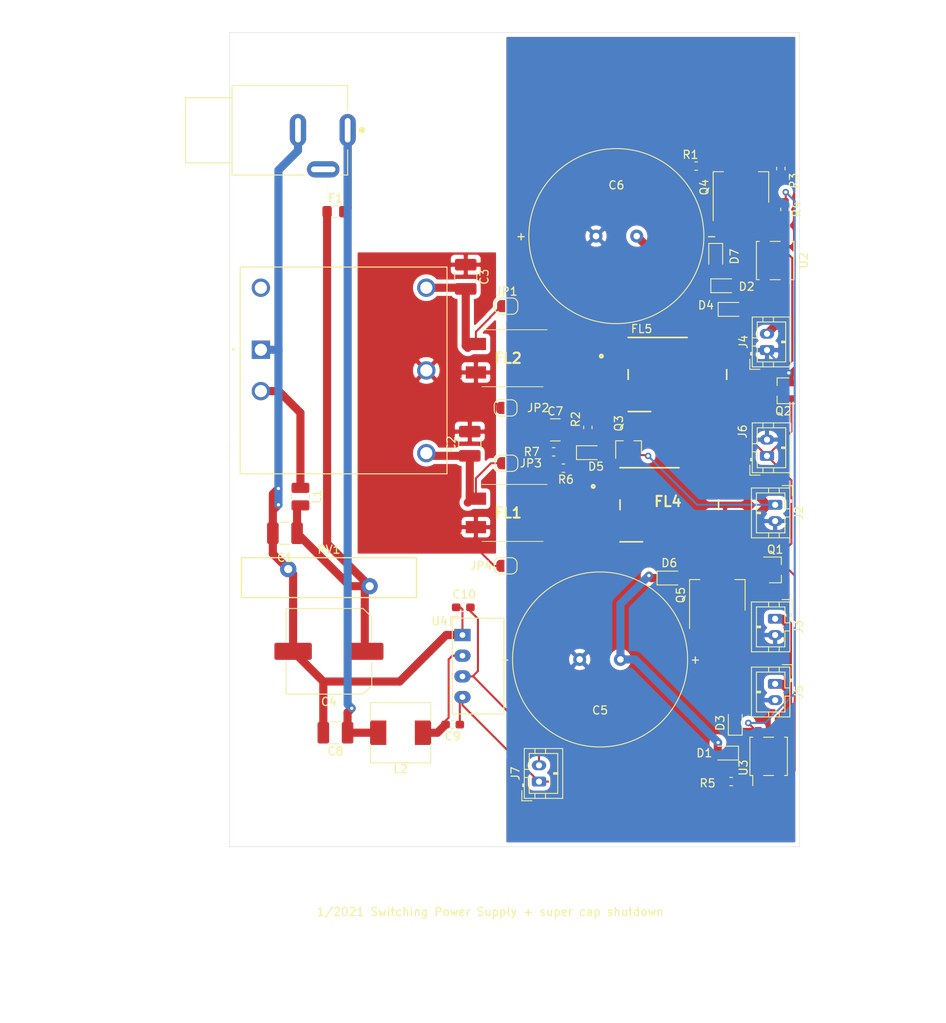
<source format=kicad_pcb>
(kicad_pcb (version 20171130) (host pcbnew "(5.1.5-0)")
  (layers (0 F.Cu signal) (31 B.Cu signal) (34 B.Paste user) (35 F.Paste user) (36 B.SilkS user) (37 F.SilkS user) (38 B.Mask user) (39 F.Mask user) (44 Edge.Cuts user))
  (net 0 "")
  (net 1 "Net-(C1-Pad2)")
  (net 2 "Net-(C1-Pad1)")
  (net 3 "Net-(C2-Pad2)")
  (net 4 "Net-(FL2-Pad3)")
  (net 5 "Net-(C3-Pad2)")
  (net 6 "Net-(C2-Pad1)")
  (net 7 GND)
  (net 8 "Net-(FL2-Pad4)")
  (net 9 /Vin)
  (net 10 "Net-(U1-Pad6)")
  (net 11 "Net-(C5-Pad1)")
  (net 12 "Net-(C6-Pad2)")
  (net 13 /5V)
  (net 14 /-5V)
  (net 15 /-Vin)
  (net 16 /Vout)
  (net 17 /-Vout)
  (net 18 "Net-(C7-Pad2)")
  (net 19 /12Vin)
  (net 20 "Net-(J1-Pad3)")
  (net 21 "Net-(Q2-Pad3)")
  (net 22 "Net-(R4-Pad2)")
  (net 23 "Net-(Q1-Pad3)")
  (net 24 "Net-(R5-Pad2)")
  (net 25 "Net-(D5-Pad2)")
  (net 26 "Net-(D5-Pad1)")
  (net 27 "Net-(Q3-Pad1)")
  (net 28 "Net-(FL1-Pad3)")
  (net 29 "Net-(FL1-Pad4)")
  (net 30 "Net-(C8-Pad1)")
  (net 31 "Net-(C9-Pad2)")
  (net 32 "Net-(C9-Pad1)")
  (net 33 "Net-(C10-Pad1)")
  (net 34 "Net-(Q4-Pad1)")
  (net 35 "Net-(D6-Pad2)")
  (net 36 "Net-(D7-Pad1)")
  (module Package_TO_SOT_SMD:SOT-223-3_TabPin2 (layer F.Cu) (at 147.8 59 90)
    (fp_text reference Q4 (at 0 -4.5 90) (layer F.SilkS))
    (fp_text value ZVN4525G)
    (pad 1 smd rect (at -3.15 -2.3 90) (size 2 1.5) (layers F.Cu F.Paste F.Mask) (net 34 "Net-(Q4-Pad1)"))
    (pad 3 smd rect (at -3.15 2.3 90) (size 2 1.5) (layers F.Cu F.Paste F.Mask) (net 14 /-5V))
    (pad 2 smd rect (at -3.15 0 90) (size 2 1.5) (layers F.Cu F.Paste F.Mask) (net 36 "Net-(D7-Pad1)"))
    (pad 2 smd rect (at 3.15 0 90) (size 2 3.8) (layers F.Cu F.Paste F.Mask) (net 36 "Net-(D7-Pad1)"))
  )
  (module Resistor_SMD:R_0603_1608Metric_Pad1.05x0.95mm_HandSolder (layer F.Cu) (at 152.7 56.7 270)
    (fp_text reference R3 (at 1.5 -1.6 90) (layer F.SilkS))
    (fp_text value 10K)
    (pad 2 smd roundrect (at 0.875 0 270) (size 1.05 0.95) (layers F.Cu F.Paste F.Mask) (net 14 /-5V))
    (pad 1 smd roundrect (at -0.875 0 270) (size 1.05 0.95) (layers F.Cu F.Paste F.Mask) (net 34 "Net-(Q4-Pad1)"))
  )
  (module Resistor_SMD:R_0603_1608Metric_Pad1.05x0.95mm_HandSolder (layer F.Cu) (at 142.3 56.4)
    (fp_text reference R1 (at -0.7 -1.4) (layer F.SilkS))
    (fp_text value 10K)
    (pad 2 smd roundrect (at 0.875 0) (size 1.05 0.95) (layers F.Cu F.Paste F.Mask) (net 34 "Net-(Q4-Pad1)"))
    (pad 1 smd roundrect (at -0.875 0) (size 1.05 0.95) (layers F.Cu F.Paste F.Mask) (net 7 GND))
  )
  (module Package_TO_SOT_SMD:SOT-223-3_TabPin2 (layer F.Cu) (at 144.9 109.1 90)
    (fp_text reference Q5 (at 0 -4.5 90) (layer F.SilkS))
    (fp_text value ZXP2106G)
    (pad 1 smd rect (at -3.15 -2.3 90) (size 2 1.5) (layers F.Cu F.Paste F.Mask) (net 7 GND))
    (pad 3 smd rect (at -3.15 2.3 90) (size 2 1.5) (layers F.Cu F.Paste F.Mask) (net 13 /5V))
    (pad 2 smd rect (at -3.15 0 90) (size 2 1.5) (layers F.Cu F.Paste F.Mask) (net 35 "Net-(D6-Pad2)"))
    (pad 2 smd rect (at 3.15 0 90) (size 2 3.8) (layers F.Cu F.Paste F.Mask) (net 35 "Net-(D6-Pad2)"))
  )
  (module Diode_SMD:D_SOD-323 (layer F.Cu) (at 144.7 67.4 270)
    (fp_text reference D7 (at 0.1 -2.3 90) (layer F.SilkS))
    (fp_text value BAT60A)
    (pad 2 smd rect (at 1.05 0 270) (size 0.6 0.45) (layers F.Cu F.Paste F.Mask) (net 12 "Net-(C6-Pad2)"))
    (pad 1 smd rect (at -1.05 0 270) (size 0.6 0.45) (layers F.Cu F.Paste F.Mask) (net 36 "Net-(D7-Pad1)"))
  )
  (module Diode_SMD:D_SOD-323 (layer F.Cu) (at 139 107)
    (fp_text reference D6 (at 0 -1.85) (layer F.SilkS))
    (fp_text value BAT60A)
    (pad 2 smd rect (at 1.05 0) (size 0.6 0.45) (layers F.Cu F.Paste F.Mask) (net 35 "Net-(D6-Pad2)"))
    (pad 1 smd rect (at -1.05 0) (size 0.6 0.45) (layers F.Cu F.Paste F.Mask) (net 11 "Net-(C5-Pad1)"))
  )
  (module Converter_DCDC:Converter_DCDC_muRata_CRE1xxxxxxSC_THT (layer F.Cu) (at 113.6 114)
    (fp_text reference U4 (at -2.8 -1.7 180) (layer F.SilkS))
    (fp_text value CRE1S1205SC)
    (pad 1 thru_hole rect (at 0 0 270) (size 1.5 2) (drill 0.7) (layers *.Cu *.Mask) (net 1 "Net-(C1-Pad2)"))
    (pad 2 thru_hole oval (at 0 2.54 270) (size 1.5 2) (drill 0.7) (layers *.Cu *.Mask) (net 31 "Net-(C9-Pad2)"))
    (pad 3 thru_hole oval (at 0 5.08 270) (size 1.5 2) (drill 0.7) (layers *.Cu *.Mask) (net 33 "Net-(C10-Pad1)"))
    (pad 4 thru_hole oval (at 0 7.62 270) (size 1.5 2) (drill 0.7) (layers *.Cu *.Mask) (net 32 "Net-(C9-Pad1)"))
  )
  (module 0my_footprints:L_SLO0630 (layer F.Cu) (at 106 126 180)
    (fp_text reference L2 (at 0 -4.45) (layer F.SilkS))
    (fp_text value 22uH)
    (pad 2 smd rect (at 2.75 0 180) (size 2 3) (layers F.Cu F.Paste F.Mask) (net 30 "Net-(C8-Pad1)"))
    (pad 1 smd rect (at -2.75 0 180) (size 2 3) (layers F.Cu F.Paste F.Mask) (net 31 "Net-(C9-Pad2)"))
  )
  (module Connector_JST:JST_PH_B2B-PH-K_1x02_P2.00mm_Vertical (layer F.Cu) (at 123 132 90)
    (fp_text reference J7 (at 1 -2.9 90) (layer F.SilkS))
    (fp_text value Conn_01x02)
    (pad 2 thru_hole oval (at 2 0 90) (size 1.2 1.75) (drill 0.75) (layers *.Cu *.Mask) (net 33 "Net-(C10-Pad1)"))
    (pad 1 thru_hole roundrect (at 0 0 90) (size 1.2 1.75) (drill 0.75) (layers *.Cu *.Mask) (roundrect_rratio 0.208333) (net 32 "Net-(C9-Pad1)"))
  )
  (module Capacitor_SMD:C_0603_1608Metric_Pad1.05x0.95mm_HandSolder (layer F.Cu) (at 113.7 110.6 180)
    (fp_text reference C10 (at -0.1 1.6) (layer F.SilkS))
    (fp_text value 390pF)
    (pad 2 smd roundrect (at 0.875 0 180) (size 1.05 0.95) (layers F.Cu F.Paste F.Mask) (net 1 "Net-(C1-Pad2)"))
    (pad 1 smd roundrect (at -0.875 0 180) (size 1.05 0.95) (layers F.Cu F.Paste F.Mask) (net 33 "Net-(C10-Pad1)"))
  )
  (module Capacitor_SMD:C_0603_1608Metric_Pad1.05x0.95mm_HandSolder (layer F.Cu) (at 112.4 125 180)
    (fp_text reference C9 (at 0 -1.43) (layer F.SilkS))
    (fp_text value 390pF)
    (pad 2 smd roundrect (at 0.875 0 180) (size 1.05 0.95) (layers F.Cu F.Paste F.Mask) (net 31 "Net-(C9-Pad2)"))
    (pad 1 smd roundrect (at -0.875 0 180) (size 1.05 0.95) (layers F.Cu F.Paste F.Mask) (net 32 "Net-(C9-Pad1)"))
  )
  (module Capacitor_SMD:C_1210_3225Metric_Pad1.42x2.65mm_HandSolder (layer F.Cu) (at 98 126 180)
    (fp_text reference C8 (at 0 -2.28) (layer F.SilkS))
    (fp_text value 10uF)
    (pad 2 smd roundrect (at 1.4875 0 180) (size 1.425 2.65) (layers F.Cu F.Paste F.Mask) (roundrect_rratio 0.175439) (net 1 "Net-(C1-Pad2)"))
    (pad 1 smd roundrect (at -1.4875 0 180) (size 1.425 2.65) (layers F.Cu F.Paste F.Mask) (roundrect_rratio 0.175439) (net 30 "Net-(C8-Pad1)"))
  )
  (module 0my_footprints:ACM90707012PLTL01 (layer F.Cu) (at 119.5 99)
    (fp_text reference FL1 (at -0.3 0) (layer F.SilkS) (effects (font (size 1.27 1.27) (thickness 0.254))))
    (fp_text value ACM9070-701-2PL-TL01 hide)
    (pad 1 smd rect (at -4.25 1.75 90) (size 1.5 2.5) (layers F.Cu F.Paste F.Mask) (net 3 "Net-(C2-Pad2)"))
    (pad 2 smd rect (at -4.25 -1.75 90) (size 1.5 2.5) (layers F.Cu F.Paste F.Mask) (net 6 "Net-(C2-Pad1)"))
    (pad 3 smd rect (at 4.25 -1.75 90) (size 1.5 2.5) (layers F.Cu F.Paste F.Mask) (net 28 "Net-(FL1-Pad3)"))
    (pad 4 smd rect (at 4.25 1.75 90) (size 1.5 2.5) (layers F.Cu F.Paste F.Mask) (net 29 "Net-(FL1-Pad4)"))
  )
  (module Resistor_SMD:R_0603_1608Metric_Pad1.05x0.95mm_HandSolder (layer F.Cu) (at 124.8 91.5)
    (fp_text reference R7 (at -2.7 0) (layer F.SilkS))
    (fp_text value 10K)
    (pad 2 smd roundrect (at 0.875 0) (size 1.05 0.95) (layers F.Cu F.Paste F.Mask) (net 18 "Net-(C7-Pad2)"))
    (pad 1 smd roundrect (at -0.875 0) (size 1.05 0.95) (layers F.Cu F.Paste F.Mask) (net 7 GND))
  )
  (module Resistor_SMD:R_0603_1608Metric_Pad1.05x0.95mm_HandSolder (layer F.Cu) (at 126 93.5 180)
    (fp_text reference R6 (at -0.3 -1.4) (layer F.SilkS))
    (fp_text value 1K)
    (pad 2 smd roundrect (at 0.875 0 180) (size 1.05 0.95) (layers F.Cu F.Paste F.Mask) (net 7 GND))
    (pad 1 smd roundrect (at -0.875 0 180) (size 1.05 0.95) (layers F.Cu F.Paste F.Mask) (net 27 "Net-(Q3-Pad1)"))
  )
  (module Package_TO_SOT_SMD:SOT-23 (layer F.Cu) (at 134 90.9 90)
    (fp_text reference Q3 (at 2.9 -1.2 90) (layer F.SilkS))
    (fp_text value BSS84)
    (pad 3 smd rect (at 1 0 90) (size 0.9 0.8) (layers F.Cu F.Paste F.Mask) (net 25 "Net-(D5-Pad2)"))
    (pad 2 smd rect (at -1 0.95 90) (size 0.9 0.8) (layers F.Cu F.Paste F.Mask) (net 13 /5V))
    (pad 1 smd rect (at -1 -0.95 90) (size 0.9 0.8) (layers F.Cu F.Paste F.Mask) (net 27 "Net-(Q3-Pad1)"))
  )
  (module 0my_footprints:ACM90707012PLTL01 (layer F.Cu) (at 119.5 80)
    (fp_text reference FL2 (at -0.3 0) (layer F.SilkS) (effects (font (size 1.27 1.27) (thickness 0.254))))
    (fp_text value ACM9070-701-2PL-TL01 hide)
    (pad 1 smd rect (at -4.25 1.75 90) (size 1.5 2.5) (layers F.Cu F.Paste F.Mask) (net 3 "Net-(C2-Pad2)"))
    (pad 2 smd rect (at -4.25 -1.75 90) (size 1.5 2.5) (layers F.Cu F.Paste F.Mask) (net 5 "Net-(C3-Pad2)"))
    (pad 3 smd rect (at 4.25 -1.75 90) (size 1.5 2.5) (layers F.Cu F.Paste F.Mask) (net 4 "Net-(FL2-Pad3)"))
    (pad 4 smd rect (at 4.25 1.75 90) (size 1.5 2.5) (layers F.Cu F.Paste F.Mask) (net 8 "Net-(FL2-Pad4)"))
  )
  (module Diode_SMD:D_SOD-323 (layer F.Cu) (at 129.1 91.6)
    (fp_text reference D5 (at 0.9 1.7) (layer F.SilkS))
    (fp_text value BAT60A)
    (pad 2 smd rect (at 1.05 0) (size 0.6 0.45) (layers F.Cu F.Paste F.Mask) (net 25 "Net-(D5-Pad2)"))
    (pad 1 smd rect (at -1.05 0) (size 0.6 0.45) (layers F.Cu F.Paste F.Mask) (net 26 "Net-(D5-Pad1)"))
  )
  (module 0my_footprints:C_Radial_D21.5mm_H8mm_P5.00mm (layer F.Cu) (at 130 65)
    (fp_text reference C6 (at 2.5 -6.25) (layer F.SilkS))
    (fp_text value CP)
    (fp_text user + (at -9.2 0) (layer F.SilkS))
    (fp_text user - (at 14.2 0) (layer F.SilkS))
    (pad 2 thru_hole circle (at 5 0) (size 1.6 1.6) (drill 0.8) (layers *.Cu *.Mask) (net 12 "Net-(C6-Pad2)"))
    (pad 1 thru_hole circle (at 0 0) (size 1.6 1.6) (drill 0.8) (layers *.Cu *.Mask) (net 7 GND))
  )
  (module 0my_footprints:C_Radial_D21.5mm_H8mm_P5.00mm (layer F.Cu) (at 133 117 180)
    (fp_text reference C5 (at 2.5 -6.25) (layer F.SilkS))
    (fp_text value CP)
    (fp_text user + (at -9.2 0) (layer F.SilkS))
    (fp_text user - (at 14.2 0) (layer F.SilkS))
    (pad 2 thru_hole circle (at 5 0 180) (size 1.6 1.6) (drill 0.8) (layers *.Cu *.Mask) (net 7 GND))
    (pad 1 thru_hole circle (at 0 0 180) (size 1.6 1.6) (drill 0.8) (layers *.Cu *.Mask) (net 11 "Net-(C5-Pad1)"))
  )
  (module Package_SO:SO-4_4.4x4.3mm_P2.54mm (layer F.Cu) (at 151.2 128.9 90)
    (fp_text reference U3 (at -1.4 -3.1 90) (layer F.SilkS))
    (fp_text value AQY212GSZ)
    (pad 3 smd rect (at 3 1.27) (size 0.8 1.2) (layers F.Cu F.Paste F.Mask) (net 16 /Vout))
    (pad 2 smd rect (at -3 1.27) (size 0.8 1.2) (layers F.Cu F.Paste F.Mask) (net 23 "Net-(Q1-Pad3)"))
    (pad 1 smd rect (at -3 -1.27) (size 0.8 1.2) (layers F.Cu F.Paste F.Mask) (net 24 "Net-(R5-Pad2)"))
    (pad 4 smd rect (at 3 -1.27) (size 0.8 1.2) (layers F.Cu F.Paste F.Mask) (net 9 /Vin))
  )
  (module Resistor_SMD:R_0603_1608Metric_Pad1.05x0.95mm_HandSolder (layer F.Cu) (at 146.6 132)
    (fp_text reference R5 (at -2.9 0.2) (layer F.SilkS))
    (fp_text value 750)
    (pad 2 smd roundrect (at 0.875 0) (size 1.05 0.95) (layers F.Cu F.Paste F.Mask) (net 24 "Net-(R5-Pad2)"))
    (pad 1 smd roundrect (at -0.875 0) (size 1.05 0.95) (layers F.Cu F.Paste F.Mask) (net 9 /Vin))
  )
  (module Package_SO:SO-4_4.4x4.3mm_P2.54mm (layer F.Cu) (at 152 68 270)
    (fp_text reference U2 (at 0 -3.5 90) (layer F.SilkS))
    (fp_text value AQY212GSZ)
    (pad 3 smd rect (at 3 1.27 180) (size 0.8 1.2) (layers F.Cu F.Paste F.Mask) (net 15 /-Vin))
    (pad 2 smd rect (at -3 1.27 180) (size 0.8 1.2) (layers F.Cu F.Paste F.Mask) (net 21 "Net-(Q2-Pad3)"))
    (pad 1 smd rect (at -3 -1.27 180) (size 0.8 1.2) (layers F.Cu F.Paste F.Mask) (net 22 "Net-(R4-Pad2)"))
    (pad 4 smd rect (at 3 -1.27 180) (size 0.8 1.2) (layers F.Cu F.Paste F.Mask) (net 17 /-Vout))
  )
  (module Resistor_SMD:R_0603_1608Metric_Pad1.05x0.95mm_HandSolder (layer F.Cu) (at 153.2 61.725 270)
    (fp_text reference R4 (at 0 -1.43 90) (layer F.SilkS))
    (fp_text value 750)
    (pad 2 smd roundrect (at 0.875 0 270) (size 1.05 0.95) (layers F.Cu F.Paste F.Mask) (net 22 "Net-(R4-Pad2)"))
    (pad 1 smd roundrect (at -0.875 0 270) (size 1.05 0.95) (layers F.Cu F.Paste F.Mask) (net 9 /Vin))
  )
  (module 0my_footprints:CUI_PJ-066A (layer F.Cu) (at 99.5 52 180)
    (fp_text reference J1 (at 2.836637 -7.15271) (layer F.SilkS) (effects (font (size 1.001638 1.001638) (thickness 0.015))))
    (fp_text value Barrel_Jack_Switch)
    (pad 1 thru_hole oval (at 0 0 180) (size 2 4) (drill oval 0.7 3) (layers *.Cu *.Mask) (net 30 "Net-(C8-Pad1)"))
    (pad 3 thru_hole oval (at 3 -4.8 180) (size 4 2) (drill oval 3 0.7) (layers *.Cu *.Mask) (net 20 "Net-(J1-Pad3)"))
    (pad 2 thru_hole oval (at 6.1 0 180) (size 2 4) (drill oval 0.7 3) (layers *.Cu *.Mask) (net 1 "Net-(C1-Pad2)"))
  )
  (module Connector_JST:JST_PH_B2B-PH-K_1x02_P2.00mm_Vertical (layer F.Cu) (at 151 92 90)
    (fp_text reference J6 (at 3 -3 90) (layer F.SilkS))
    (fp_text value Conn_01x02)
    (pad 2 thru_hole oval (at 2 0 90) (size 1.2 1.75) (drill 0.75) (layers *.Cu *.Mask) (net 7 GND))
    (pad 1 thru_hole roundrect (at 0 0 90) (size 1.2 1.75) (drill 0.75) (layers *.Cu *.Mask) (roundrect_rratio 0.208333) (net 18 "Net-(C7-Pad2)"))
  )
  (module Capacitor_SMD:C_1210_3225Metric_Pad1.42x2.65mm_HandSolder (layer F.Cu) (at 125 88.8)
    (fp_text reference C7 (at 0 -2.28) (layer F.SilkS))
    (fp_text value 100uF)
    (pad 2 smd roundrect (at 1.4875 0) (size 1.425 2.65) (layers F.Cu F.Paste F.Mask) (roundrect_rratio 0.175439) (net 18 "Net-(C7-Pad2)"))
    (pad 1 smd roundrect (at -1.4875 0) (size 1.425 2.65) (layers F.Cu F.Paste F.Mask) (roundrect_rratio 0.175439) (net 7 GND))
  )
  (module Resistor_SMD:R_0603_1608Metric_Pad1.05x0.95mm_HandSolder (layer F.Cu) (at 129 88.5 270)
    (fp_text reference R2 (at -1 1.5 90) (layer F.SilkS))
    (fp_text value 1K)
    (pad 2 smd roundrect (at 0.875 0 270) (size 1.05 0.95) (layers F.Cu F.Paste F.Mask) (net 26 "Net-(D5-Pad1)"))
    (pad 1 smd roundrect (at -0.875 0 270) (size 1.05 0.95) (layers F.Cu F.Paste F.Mask) (net 18 "Net-(C7-Pad2)"))
  )
  (module Package_TO_SOT_SMD:SOT-23 (layer F.Cu) (at 153 84 180)
    (fp_text reference Q2 (at 0 -2.5) (layer F.SilkS))
    (fp_text value NUD3105LT1G)
    (pad 3 smd rect (at 1 0 180) (size 0.9 0.8) (layers F.Cu F.Paste F.Mask) (net 21 "Net-(Q2-Pad3)"))
    (pad 2 smd rect (at -1 0.95 180) (size 0.9 0.8) (layers F.Cu F.Paste F.Mask) (net 7 GND))
    (pad 1 smd rect (at -1 -0.95 180) (size 0.9 0.8) (layers F.Cu F.Paste F.Mask) (net 18 "Net-(C7-Pad2)"))
  )
  (module Package_TO_SOT_SMD:SOT-23 (layer F.Cu) (at 152 106)
    (fp_text reference Q1 (at 0 -2.5) (layer F.SilkS))
    (fp_text value NUD3105LT1G)
    (pad 3 smd rect (at 1 0) (size 0.9 0.8) (layers F.Cu F.Paste F.Mask) (net 23 "Net-(Q1-Pad3)"))
    (pad 2 smd rect (at -1 0.95) (size 0.9 0.8) (layers F.Cu F.Paste F.Mask) (net 7 GND))
    (pad 1 smd rect (at -1 -0.95) (size 0.9 0.8) (layers F.Cu F.Paste F.Mask) (net 18 "Net-(C7-Pad2)"))
  )
  (module Connector_JST:JST_PH_B2B-PH-K_1x02_P2.00mm_Vertical (layer F.Cu) (at 152 120 270)
    (fp_text reference J5 (at 1 -2.9 90) (layer F.SilkS))
    (fp_text value Conn_01x02)
    (pad 2 thru_hole oval (at 2 0 270) (size 1.2 1.75) (drill 0.75) (layers *.Cu *.Mask) (net 7 GND))
    (pad 1 thru_hole roundrect (at 0 0 270) (size 1.2 1.75) (drill 0.75) (layers *.Cu *.Mask) (roundrect_rratio 0.208333) (net 16 /Vout))
  )
  (module Connector_JST:JST_PH_B2B-PH-K_1x02_P2.00mm_Vertical (layer F.Cu) (at 151 79 90)
    (fp_text reference J4 (at 1 -2.9 90) (layer F.SilkS))
    (fp_text value Conn_01x02)
    (pad 2 thru_hole oval (at 2 0 90) (size 1.2 1.75) (drill 0.75) (layers *.Cu *.Mask) (net 17 /-Vout))
    (pad 1 thru_hole roundrect (at 0 0 90) (size 1.2 1.75) (drill 0.75) (layers *.Cu *.Mask) (roundrect_rratio 0.208333) (net 7 GND))
  )
  (module Connector_JST:JST_PH_B2B-PH-K_1x02_P2.00mm_Vertical (layer F.Cu) (at 152 112 270)
    (fp_text reference J3 (at 1 -2.9 90) (layer F.SilkS))
    (fp_text value Conn_01x02)
    (pad 2 thru_hole oval (at 2 0 270) (size 1.2 1.75) (drill 0.75) (layers *.Cu *.Mask) (net 7 GND))
    (pad 1 thru_hole roundrect (at 0 0 270) (size 1.2 1.75) (drill 0.75) (layers *.Cu *.Mask) (roundrect_rratio 0.208333) (net 16 /Vout))
  )
  (module Connector_JST:JST_PH_B2B-PH-K_1x02_P2.00mm_Vertical (layer F.Cu) (at 152 98 270)
    (fp_text reference J2 (at 1 -2.9 90) (layer F.SilkS))
    (fp_text value Conn_01x02)
    (pad 2 thru_hole oval (at 2 0 270) (size 1.2 1.75) (drill 0.75) (layers *.Cu *.Mask) (net 7 GND))
    (pad 1 thru_hole roundrect (at 0 0 270) (size 1.2 1.75) (drill 0.75) (layers *.Cu *.Mask) (roundrect_rratio 0.208333) (net 13 /5V))
  )
  (module Diode_SMD:D_SOD-323 (layer F.Cu) (at 146.5 74)
    (fp_text reference D4 (at -3 -0.5) (layer F.SilkS))
    (fp_text value BAT60A)
    (pad 2 smd rect (at 1.05 0) (size 0.6 0.45) (layers F.Cu F.Paste F.Mask) (net 15 /-Vin))
    (pad 1 smd rect (at -1.05 0) (size 0.6 0.45) (layers F.Cu F.Paste F.Mask) (net 14 /-5V))
  )
  (module Diode_SMD:D_SOD-323 (layer F.Cu) (at 147.1 124.8 90)
    (fp_text reference D3 (at 0 -1.85 90) (layer F.SilkS))
    (fp_text value BAT60A)
    (pad 2 smd rect (at 1.05 0 90) (size 0.6 0.45) (layers F.Cu F.Paste F.Mask) (net 13 /5V))
    (pad 1 smd rect (at -1.05 0 90) (size 0.6 0.45) (layers F.Cu F.Paste F.Mask) (net 9 /Vin))
  )
  (module Diode_SMD:D_SOD-323 (layer F.Cu) (at 145.6 71.1)
    (fp_text reference D2 (at 2.9 0.1) (layer F.SilkS))
    (fp_text value BAT60A)
    (pad 2 smd rect (at 1.05 0) (size 0.6 0.45) (layers F.Cu F.Paste F.Mask) (net 15 /-Vin))
    (pad 1 smd rect (at -1.05 0) (size 0.6 0.45) (layers F.Cu F.Paste F.Mask) (net 12 "Net-(C6-Pad2)"))
  )
  (module Diode_SMD:D_SOD-323 (layer F.Cu) (at 146 128.5 180)
    (fp_text reference D1 (at 2.7 0) (layer F.SilkS))
    (fp_text value BAT60A)
    (pad 2 smd rect (at 1.05 0 180) (size 0.6 0.45) (layers F.Cu F.Paste F.Mask) (net 11 "Net-(C5-Pad1)"))
    (pad 1 smd rect (at -1.05 0 180) (size 0.6 0.45) (layers F.Cu F.Paste F.Mask) (net 9 /Vin))
  )
  (module Inductor_SMD:L_1008_2520Metric (layer F.Cu) (at 93.7 97 270)
    (fp_text reference L1 (at 0 -2.05 90) (layer F.SilkS))
    (fp_text value 4.7uH)
    (pad 2 smd roundrect (at 1.075 0 270) (size 1.25 2.2) (layers F.Cu F.Paste F.Mask) (roundrect_rratio 0.2) (net 2 "Net-(C1-Pad1)"))
    (pad 1 smd roundrect (at -1.075 0 270) (size 1.25 2.2) (layers F.Cu F.Paste F.Mask) (roundrect_rratio 0.2) (net 19 /12Vin))
  )
  (module 0my_footprints:CONV_PDQE10-Q24-D5-D (layer F.Cu) (at 99 81.5 90)
    (fp_text reference U1 (at -9.8399 -13.75566 90) (layer F.SilkS) (effects (font (size 1.001512 1.001512) (thickness 0.015))))
    (fp_text value PDQE10-Q24-D5-D)
    (pad 1 thru_hole rect (at 2.54 -10.16 90) (size 2.25 2.25) (drill 1.5) (layers *.Cu *.Mask) (net 1 "Net-(C1-Pad2)"))
    (pad 2 thru_hole circle (at -2.54 -10.16 90) (size 2.25 2.25) (drill 1.5) (layers *.Cu *.Mask) (net 19 /12Vin))
    (pad 3 thru_hole circle (at -10.16 10.16 90) (size 2.25 2.25) (drill 1.5) (layers *.Cu *.Mask) (net 6 "Net-(C2-Pad1)"))
    (pad 4 thru_hole circle (at 0 10.16 90) (size 2.25 2.25) (drill 1.5) (layers *.Cu *.Mask) (net 3 "Net-(C2-Pad2)"))
    (pad 5 thru_hole circle (at 10.16 10.16 90) (size 2.25 2.25) (drill 1.5) (layers *.Cu *.Mask) (net 5 "Net-(C3-Pad2)"))
    (pad 6 thru_hole circle (at 10.16 -10.16 90) (size 2.25 2.25) (drill 1.5) (layers *.Cu *.Mask) (net 10 "Net-(U1-Pad6)"))
  )
  (module Varistor:RV_Disc_D21.5mm_W4.9mm_P10mm (layer F.Cu) (at 102.2 108 180)
    (fp_text reference RV1 (at 5 4.5) (layer F.SilkS))
    (fp_text value S20K30)
    (pad 2 thru_hole circle (at 10 2.1 180) (size 2 2) (drill 1) (layers *.Cu *.Mask) (net 1 "Net-(C1-Pad2)"))
    (pad 1 thru_hole circle (at 0 0 180) (size 2 2) (drill 1) (layers *.Cu *.Mask) (net 2 "Net-(C1-Pad1)"))
  )
  (module Fuse:Fuse_0805_2012Metric_Pad1.15x1.40mm_HandSolder (layer F.Cu) (at 98 62)
    (fp_text reference F1 (at 0 -1.65) (layer F.SilkS))
    (fp_text value JK-NSMD050-13.2V)
    (pad 2 smd roundrect (at 1.025 0) (size 1.15 1.4) (layers F.Cu F.Paste F.Mask) (roundrect_rratio 0.217391) (net 30 "Net-(C8-Pad1)"))
    (pad 1 smd roundrect (at -1.025 0) (size 1.15 1.4) (layers F.Cu F.Paste F.Mask) (roundrect_rratio 0.217391) (net 2 "Net-(C1-Pad1)"))
  )
  (module Capacitor_SMD:C_Elec_10x10.2 (layer F.Cu) (at 97.2 116 180)
    (fp_text reference C4 (at 0 -6.2) (layer F.SilkS))
    (fp_text value "330uF 35V")
    (pad 2 smd roundrect (at 4.4 0 180) (size 4.6 2.1) (layers F.Cu F.Paste F.Mask) (roundrect_rratio 0.119048) (net 1 "Net-(C1-Pad2)"))
    (pad 1 smd roundrect (at -4.4 0 180) (size 4.6 2.1) (layers F.Cu F.Paste F.Mask) (roundrect_rratio 0.119048) (net 2 "Net-(C1-Pad1)"))
  )
  (module Capacitor_SMD:C_1210_3225Metric_Pad1.42x2.65mm_HandSolder (layer F.Cu) (at 114 70 270)
    (fp_text reference C3 (at 0 -2.28 90) (layer F.SilkS))
    (fp_text value 10uF)
    (pad 2 smd roundrect (at 1.4875 0 270) (size 1.425 2.65) (layers F.Cu F.Paste F.Mask) (roundrect_rratio 0.175439) (net 5 "Net-(C3-Pad2)"))
    (pad 1 smd roundrect (at -1.4875 0 270) (size 1.425 2.65) (layers F.Cu F.Paste F.Mask) (roundrect_rratio 0.175439) (net 3 "Net-(C2-Pad2)"))
  )
  (module Capacitor_SMD:C_1210_3225Metric_Pad1.42x2.65mm_HandSolder (layer F.Cu) (at 114.5 90.5 90)
    (fp_text reference C2 (at 0 -2.28 90) (layer F.SilkS))
    (fp_text value 10uF)
    (pad 2 smd roundrect (at 1.4875 0 90) (size 1.425 2.65) (layers F.Cu F.Paste F.Mask) (roundrect_rratio 0.175439) (net 3 "Net-(C2-Pad2)"))
    (pad 1 smd roundrect (at -1.4875 0 90) (size 1.425 2.65) (layers F.Cu F.Paste F.Mask) (roundrect_rratio 0.175439) (net 6 "Net-(C2-Pad1)"))
  )
  (module Capacitor_SMD:C_1210_3225Metric_Pad1.42x2.65mm_HandSolder (layer F.Cu) (at 91.8 101.5 180)
    (fp_text reference C1 (at 0 -3) (layer F.SilkS))
    (fp_text value 4.7uF)
    (pad 2 smd roundrect (at 1.4875 0 180) (size 1.425 2.65) (layers F.Cu F.Paste F.Mask) (roundrect_rratio 0.175439) (net 1 "Net-(C1-Pad2)"))
    (pad 1 smd roundrect (at -1.4875 0 180) (size 1.425 2.65) (layers F.Cu F.Paste F.Mask) (roundrect_rratio 0.175439) (net 2 "Net-(C1-Pad1)"))
  )
  (module 0my_footprints:BNX025H01B (layer F.Cu) (at 139 98)
    (fp_text reference FL4 (at -0.17812 -0.39907) (layer F.SilkS) (effects (font (size 1.27 1.27) (thickness 0.254))))
    (fp_text value Bnx029-01 hide)
    (pad 6 smd rect (at 3.25 -5.15 90) (size 2.3 3.4) (layers F.Cu F.Paste F.Mask) (net 7 GND))
    (pad 5 smd rect (at 1 5.05 90) (size 2.3 7.9) (layers F.Cu F.Paste F.Mask) (net 7 GND))
    (pad 4 smd rect (at 6.85 2.15 90) (size 2.5 3.8) (layers F.Cu F.Paste F.Mask) (net 7 GND))
    (pad 3 smd rect (at -6.85 2.15 90) (size 2.5 3.8) (layers F.Cu F.Paste F.Mask) (net 29 "Net-(FL1-Pad4)"))
    (pad 2 smd rect (at 6.85 -2.15 90) (size 2.5 3.8) (layers F.Cu F.Paste F.Mask) (net 13 /5V))
    (pad 1 smd rect (at -6.85 -2.15 90) (size 2.5 3.8) (layers F.Cu F.Paste F.Mask) (net 28 "Net-(FL1-Pad3)"))
  )
  (module 0my_footprints:BNX025H01B (layer F.Cu) (at 140 82)
    (fp_text reference FL5 (at -4.4 -5.6 180) (layer F.SilkS))
    (fp_text value Bnx029-01)
    (pad 6 smd rect (at 3.25 -5.15 90) (size 2.3 3.4) (layers F.Cu F.Paste F.Mask) (net 7 GND))
    (pad 5 smd rect (at 1 5.05 90) (size 2.3 7.9) (layers F.Cu F.Paste F.Mask) (net 7 GND))
    (pad 4 smd rect (at 6.85 2.15 90) (size 2.5 3.8) (layers F.Cu F.Paste F.Mask) (net 7 GND))
    (pad 3 smd rect (at -6.85 2.15 90) (size 2.5 3.8) (layers F.Cu F.Paste F.Mask) (net 8 "Net-(FL2-Pad4)"))
    (pad 2 smd rect (at 6.85 -2.15 90) (size 2.5 3.8) (layers F.Cu F.Paste F.Mask) (net 14 /-5V))
    (pad 1 smd rect (at -6.85 -2.15 90) (size 2.5 3.8) (layers F.Cu F.Paste F.Mask) (net 4 "Net-(FL2-Pad3)"))
  )
  (module Jumper:SolderJumper-2_P1.3mm_Open_RoundedPad1.0x1.5mm (layer F.Cu) (at 118.9 105.5)
    (fp_text reference JP4 (at -3 0) (layer F.SilkS))
    (fp_text value SolderJumper_2_Open)
    (pad 2 smd custom (at 0.65 0) (size 1 0.5) (layers F.Cu F.Mask) (net 29 "Net-(FL1-Pad4)") (options (clearance outline) (anchor rect)) (primitives (gr_circle (center 0 0.25) (end 0.5 0.25) (width 0)) (gr_circle (center 0 -0.25) (end 0.5 -0.25) (width 0)) (gr_poly (pts (xy 0 -0.75) (xy -0.5 -0.75) (xy -0.5 0.75) (xy 0 0.75)) (width 0))))
    (pad 1 smd custom (at -0.65 0) (size 1 0.5) (layers F.Cu F.Mask) (net 3 "Net-(C2-Pad2)") (options (clearance outline) (anchor rect)) (primitives (gr_circle (center 0 0.25) (end 0.5 0.25) (width 0)) (gr_circle (center 0 -0.25) (end 0.5 -0.25) (width 0)) (gr_poly (pts (xy 0 -0.75) (xy 0.5 -0.75) (xy 0.5 0.75) (xy 0 0.75)) (width 0))))
  )
  (module Jumper:SolderJumper-2_P1.3mm_Open_RoundedPad1.0x1.5mm (layer F.Cu) (at 119 92.9)
    (fp_text reference JP3 (at 3 0) (layer F.SilkS))
    (fp_text value SolderJumper_2_Open)
    (pad 2 smd custom (at 0.65 0) (size 1 0.5) (layers F.Cu F.Mask) (net 28 "Net-(FL1-Pad3)") (options (clearance outline) (anchor rect)) (primitives (gr_circle (center 0 0.25) (end 0.5 0.25) (width 0)) (gr_circle (center 0 -0.25) (end 0.5 -0.25) (width 0)) (gr_poly (pts (xy 0 -0.75) (xy -0.5 -0.75) (xy -0.5 0.75) (xy 0 0.75)) (width 0))))
    (pad 1 smd custom (at -0.65 0) (size 1 0.5) (layers F.Cu F.Mask) (net 6 "Net-(C2-Pad1)") (options (clearance outline) (anchor rect)) (primitives (gr_circle (center 0 0.25) (end 0.5 0.25) (width 0)) (gr_circle (center 0 -0.25) (end 0.5 -0.25) (width 0)) (gr_poly (pts (xy 0 -0.75) (xy 0.5 -0.75) (xy 0.5 0.75) (xy 0 0.75)) (width 0))))
  )
  (module Jumper:SolderJumper-2_P1.3mm_Open_RoundedPad1.0x1.5mm (layer F.Cu) (at 118.9 86.1)
    (fp_text reference JP2 (at 4 0) (layer F.SilkS))
    (fp_text value SolderJumper_2_Open)
    (pad 2 smd custom (at 0.65 0) (size 1 0.5) (layers F.Cu F.Mask) (net 8 "Net-(FL2-Pad4)") (options (clearance outline) (anchor rect)) (primitives (gr_circle (center 0 0.25) (end 0.5 0.25) (width 0)) (gr_circle (center 0 -0.25) (end 0.5 -0.25) (width 0)) (gr_poly (pts (xy 0 -0.75) (xy -0.5 -0.75) (xy -0.5 0.75) (xy 0 0.75)) (width 0))))
    (pad 1 smd custom (at -0.65 0) (size 1 0.5) (layers F.Cu F.Mask) (net 3 "Net-(C2-Pad2)") (options (clearance outline) (anchor rect)) (primitives (gr_circle (center 0 0.25) (end 0.5 0.25) (width 0)) (gr_circle (center 0 -0.25) (end 0.5 -0.25) (width 0)) (gr_poly (pts (xy 0 -0.75) (xy 0.5 -0.75) (xy 0.5 0.75) (xy 0 0.75)) (width 0))))
  )
  (module Jumper:SolderJumper-2_P1.3mm_Open_RoundedPad1.0x1.5mm (layer F.Cu) (at 119 73.6)
    (fp_text reference JP1 (at 0 -1.8) (layer F.SilkS))
    (fp_text value SolderJumper_2_Open)
    (pad 2 smd custom (at 0.65 0) (size 1 0.5) (layers F.Cu F.Mask) (net 4 "Net-(FL2-Pad3)") (options (clearance outline) (anchor rect)) (primitives (gr_circle (center 0 0.25) (end 0.5 0.25) (width 0)) (gr_circle (center 0 -0.25) (end 0.5 -0.25) (width 0)) (gr_poly (pts (xy 0 -0.75) (xy -0.5 -0.75) (xy -0.5 0.75) (xy 0 0.75)) (width 0))))
    (pad 1 smd custom (at -0.65 0) (size 1 0.5) (layers F.Cu F.Mask) (net 5 "Net-(C3-Pad2)") (options (clearance outline) (anchor rect)) (primitives (gr_circle (center 0 0.25) (end 0.5 0.25) (width 0)) (gr_circle (center 0 -0.25) (end 0.5 -0.25) (width 0)) (gr_poly (pts (xy 0 -0.75) (xy 0.5 -0.75) (xy 0.5 0.75) (xy 0 0.75)) (width 0))))
  )
  (gr_text "1/2021 Switching Power Supply + super cap shutdown" (at 117 148) (layer F.SilkS) (effects (font (size 1 1))))
  (gr_line (start 85 40) (end 85 140) (layer Edge.Cuts) (width 0.05))
  (gr_line (start 155 40) (end 85 40) (layer Edge.Cuts) (width 0.05))
  (gr_line (start 155 140) (end 155 40) (layer Edge.Cuts) (width 0.05))
  (gr_line (start 85 140) (end 155 140) (layer Edge.Cuts) (width 0.05))
  (segment (start 92.8 106.5) (end 92.2 105.9) (width 1) (layer F.Cu) (net 1))
  (segment (start 92.8 116) (end 92.8 106.5) (width 1) (layer F.Cu) (net 1))
  (segment (start 95.849999 119.049999) (end 92.8 116) (width 1) (layer F.Cu) (net 1))
  (segment (start 92.2 105.9) (end 90.3 104) (width 1) (layer F.Cu) (net 1))
  (segment (start 90.3125 103.9875) (end 90.3125 101.5) (width 1) (layer F.Cu) (net 1))
  (segment (start 90.3 104) (end 90.3125 103.9875) (width 1) (layer F.Cu) (net 1))
  (segment (start 90.3125 98.6875) (end 91 98) (width 1) (layer F.Cu) (net 1))
  (via (at 91 98) (size 0.8) (drill 0.4) (layers F.Cu B.Cu) (net 1))
  (segment (start 90.3125 101.5) (end 90.3125 98.6875) (width 1) (layer F.Cu) (net 1))
  (segment (start 90.965 78.96) (end 88.84 78.96) (width 1) (layer B.Cu) (net 1))
  (segment (start 91 78.995) (end 90.965 78.96) (width 1) (layer B.Cu) (net 1))
  (via (at 91 96) (size 0.8) (drill 0.4) (layers F.Cu B.Cu) (net 1))
  (segment (start 90.3125 98.6875) (end 90.3125 96.6875) (width 1) (layer F.Cu) (net 1))
  (segment (start 90.3125 96.6875) (end 91 96) (width 1) (layer F.Cu) (net 1))
  (segment (start 91 98) (end 91 96) (width 1) (layer B.Cu) (net 1))
  (segment (start 113.35 110.6) (end 112.825 110.6) (width 0.25) (layer F.Cu) (net 1))
  (segment (start 113.6 110.85) (end 113.35 110.6) (width 0.25) (layer F.Cu) (net 1))
  (segment (start 113.6 114) (end 113.6 110.85) (width 0.25) (layer F.Cu) (net 1))
  (segment (start 96.5125 119.7125) (end 95.849999 119.049999) (width 1) (layer F.Cu) (net 1))
  (segment (start 96.5125 126) (end 96.5125 119.7125) (width 1) (layer F.Cu) (net 1))
  (segment (start 111.6 114) (end 113.6 114) (width 1) (layer F.Cu) (net 1))
  (segment (start 105.8875 119.7125) (end 111.6 114) (width 1) (layer F.Cu) (net 1))
  (segment (start 96.5125 119.7125) (end 105.8875 119.7125) (width 1) (layer F.Cu) (net 1))
  (segment (start 91 79) (end 91 78.995) (width 1) (layer B.Cu) (net 1))
  (segment (start 91 96) (end 91 79) (width 1) (layer B.Cu) (net 1))
  (segment (start 93.4 54.5) (end 91 56.9) (width 1) (layer B.Cu) (net 1))
  (segment (start 91 56.9) (end 91 79) (width 1) (layer B.Cu) (net 1))
  (segment (start 93.4 52) (end 93.4 54.5) (width 1) (layer B.Cu) (net 1))
  (segment (start 101.6 108.6) (end 102.2 108) (width 1) (layer F.Cu) (net 2))
  (segment (start 101.6 116) (end 101.6 108.6) (width 1) (layer F.Cu) (net 2))
  (segment (start 99.7875 108) (end 93.2875 101.5) (width 1) (layer F.Cu) (net 2))
  (segment (start 102.2 108) (end 99.7875 108) (width 1) (layer F.Cu) (net 2))
  (segment (start 93.2875 98.4875) (end 93.7 98.075) (width 1) (layer F.Cu) (net 2))
  (segment (start 93.2875 101.5) (end 93.2875 98.4875) (width 1) (layer F.Cu) (net 2))
  (segment (start 96.975 102.775) (end 102.2 108) (width 1) (layer F.Cu) (net 2))
  (segment (start 96.975 62) (end 96.975 102.775) (width 1) (layer F.Cu) (net 2))
  (segment (start 115.25 81.27) (end 115.25 83.25) (width 0.25) (layer F.Cu) (net 3))
  (segment (start 117.5 105.5) (end 118.25 105.5) (width 0.25) (layer F.Cu) (net 3))
  (segment (start 115.25 103.25) (end 117.5 105.5) (width 0.25) (layer F.Cu) (net 3))
  (segment (start 115.25 100.27) (end 115.25 103.25) (width 0.25) (layer F.Cu) (net 3))
  (segment (start 118.25 86.1) (end 116.75 84.6) (width 0.25) (layer F.Cu) (net 3))
  (segment (start 116.75 84.6) (end 116.7 84.6) (width 0.25) (layer F.Cu) (net 3))
  (segment (start 116.7 84.6) (end 117 85) (width 0.25) (layer F.Cu) (net 3))
  (segment (start 115.25 83.25) (end 116.7 84.6) (width 0.25) (layer F.Cu) (net 3))
  (segment (start 122.75 78.1) (end 122.75 78.73) (width 0.25) (layer F.Cu) (net 4))
  (segment (start 119.65 75) (end 122.75 78.1) (width 0.25) (layer F.Cu) (net 4))
  (segment (start 122.75 78.73) (end 127.73 78.73) (width 0.25) (layer F.Cu) (net 4))
  (segment (start 132.03 78.73) (end 133.15 79.85) (width 1) (layer F.Cu) (net 4))
  (segment (start 123.75 78.73) (end 132.03 78.73) (width 1) (layer F.Cu) (net 4))
  (segment (start 119.65 75) (end 119.65 73.6) (width 0.25) (layer F.Cu) (net 4))
  (segment (start 115.25 78.73) (end 115.25 76.75) (width 0.25) (layer F.Cu) (net 5))
  (segment (start 115.25 76.75) (end 117 75) (width 0.25) (layer F.Cu) (net 5))
  (segment (start 113.8525 71.34) (end 114 71.4875) (width 1) (layer F.Cu) (net 5))
  (segment (start 109.16 71.34) (end 113.8525 71.34) (width 1) (layer F.Cu) (net 5))
  (segment (start 114 78.48) (end 114.25 78.73) (width 1) (layer F.Cu) (net 5))
  (segment (start 114 71.4875) (end 114 78.48) (width 1) (layer F.Cu) (net 5))
  (segment (start 117 74.95) (end 118.35 73.6) (width 0.25) (layer F.Cu) (net 5))
  (segment (start 117 75) (end 117 74.95) (width 0.25) (layer F.Cu) (net 5))
  (segment (start 115.22 97.76) (end 115.25 97.73) (width 0.25) (layer F.Cu) (net 6))
  (segment (start 114.5 97.48) (end 114.25 97.73) (width 1) (layer F.Cu) (net 6))
  (segment (start 114.5 91.9875) (end 114.5 97.48) (width 1) (layer F.Cu) (net 6))
  (segment (start 109.4875 91.9875) (end 109.16 91.66) (width 1) (layer F.Cu) (net 6))
  (segment (start 114.5 91.9875) (end 109.4875 91.9875) (width 1) (layer F.Cu) (net 6))
  (segment (start 117.1 92.9) (end 118.35 92.9) (width 0.25) (layer F.Cu) (net 6))
  (segment (start 115.25 94.75) (end 117.1 92.9) (width 0.25) (layer F.Cu) (net 6))
  (segment (start 115.25 97.73) (end 115.25 94.75) (width 0.25) (layer F.Cu) (net 6))
  (via (at 153.675 81.8) (size 0.8) (drill 0.4) (layers F.Cu B.Cu) (net 7))
  (segment (start 154 82.125) (end 153.675 81.8) (width 0.25) (layer F.Cu) (net 7))
  (segment (start 154 83.05) (end 154 82.125) (width 0.25) (layer F.Cu) (net 7))
  (segment (start 151 79.125) (end 151 79) (width 0.25) (layer B.Cu) (net 7))
  (segment (start 153.675 81.8) (end 151 79.125) (width 0.25) (layer B.Cu) (net 7))
  (segment (start 126.75 81.27) (end 129.63 84.15) (width 1) (layer F.Cu) (net 8))
  (segment (start 129.63 84.15) (end 133.15 84.15) (width 1) (layer F.Cu) (net 8))
  (segment (start 123.75 81.27) (end 126.75 81.27) (width 1) (layer F.Cu) (net 8))
  (segment (start 119.55 85.1) (end 119.55 86.1) (width 0.25) (layer F.Cu) (net 8))
  (segment (start 126.27 81.27) (end 122.75 81.27) (width 0.25) (layer F.Cu) (net 8))
  (segment (start 122.75 81.9) (end 119.55 85.1) (width 0.25) (layer F.Cu) (net 8))
  (segment (start 122.75 81.27) (end 122.75 81.9) (width 0.25) (layer F.Cu) (net 8))
  (segment (start 129.15 84.15) (end 126.27 81.27) (width 0.25) (layer F.Cu) (net 8))
  (segment (start 133.15 84.15) (end 129.15 84.15) (width 0.25) (layer F.Cu) (net 8))
  (segment (start 147.05 125.9) (end 147.1 125.85) (width 1) (layer F.Cu) (net 9))
  (segment (start 147.05 128.5) (end 147.05 125.9) (width 1) (layer F.Cu) (net 9))
  (segment (start 147.15 125.9) (end 147.1 125.85) (width 1) (layer F.Cu) (net 9))
  (segment (start 149.93 125.9) (end 147.15 125.9) (width 1) (layer F.Cu) (net 9))
  (segment (start 145.725 129.825) (end 145.725 132) (width 1) (layer F.Cu) (net 9))
  (segment (start 147.05 128.5) (end 145.725 129.825) (width 1) (layer F.Cu) (net 9))
  (via (at 148.7 124.8) (size 0.8) (drill 0.4) (layers F.Cu B.Cu) (net 9))
  (segment (start 149.8 125.9) (end 148.7 124.8) (width 0.25) (layer F.Cu) (net 9))
  (segment (start 149.93 125.9) (end 149.8 125.9) (width 0.25) (layer F.Cu) (net 9))
  (segment (start 150.783161 124.8) (end 154.4 121.183161) (width 0.25) (layer B.Cu) (net 9))
  (segment (start 148.7 124.8) (end 150.783161 124.8) (width 0.25) (layer B.Cu) (net 9))
  (via (at 153.3 59.6) (size 0.8) (drill 0.4) (layers F.Cu B.Cu) (net 9))
  (segment (start 154.4 60.7) (end 153.3 59.6) (width 0.25) (layer B.Cu) (net 9))
  (segment (start 154.4 121.183161) (end 154.4 60.7) (width 0.25) (layer B.Cu) (net 9))
  (segment (start 153.3 60.75) (end 153.2 60.85) (width 0.25) (layer F.Cu) (net 9))
  (segment (start 153.3 59.6) (end 153.3 60.75) (width 0.25) (layer F.Cu) (net 9))
  (via (at 136.5 106.7) (size 0.8) (drill 0.4) (layers F.Cu B.Cu) (net 11))
  (segment (start 136.8 107) (end 136.5 106.7) (width 1) (layer F.Cu) (net 11))
  (segment (start 137.95 107) (end 136.8 107) (width 1) (layer F.Cu) (net 11))
  (segment (start 133 110.2) (end 133 117) (width 1) (layer B.Cu) (net 11))
  (segment (start 136.5 106.7) (end 133 110.2) (width 1) (layer B.Cu) (net 11))
  (via (at 145 127.2) (size 0.8) (drill 0.4) (layers F.Cu B.Cu) (net 11))
  (segment (start 134.8 117) (end 133 117) (width 1) (layer B.Cu) (net 11))
  (segment (start 145 127.2) (end 134.8 117) (width 1) (layer B.Cu) (net 11))
  (segment (start 144.95 127.25) (end 145 127.2) (width 1) (layer F.Cu) (net 11))
  (segment (start 144.95 128.5) (end 144.95 127.25) (width 1) (layer F.Cu) (net 11))
  (segment (start 144.55 68.6) (end 144.7 68.45) (width 1) (layer F.Cu) (net 12))
  (segment (start 144.55 71.1) (end 144.55 68.6) (width 1) (layer F.Cu) (net 12))
  (segment (start 138.45 68.45) (end 135 65) (width 1) (layer F.Cu) (net 12))
  (segment (start 144.7 68.45) (end 138.45 68.45) (width 1) (layer F.Cu) (net 12))
  (segment (start 152 98) (end 151 98) (width 1) (layer F.Cu) (net 13))
  (segment (start 148.85 95.85) (end 145.85 95.85) (width 1) (layer F.Cu) (net 13))
  (segment (start 151 98) (end 148.85 95.85) (width 1) (layer F.Cu) (net 13))
  (via (at 136.4 92) (size 0.8) (drill 0.4) (layers F.Cu B.Cu) (net 13))
  (segment (start 136.3 91.9) (end 136.4 92) (width 0.25) (layer F.Cu) (net 13))
  (segment (start 134.95 91.9) (end 136.3 91.9) (width 0.25) (layer F.Cu) (net 13))
  (segment (start 142.4 98) (end 152 98) (width 0.25) (layer B.Cu) (net 13))
  (segment (start 136.4 92) (end 142.4 98) (width 0.25) (layer B.Cu) (net 13))
  (segment (start 151.125 98) (end 149.2 99.925) (width 1) (layer F.Cu) (net 13))
  (segment (start 152 98) (end 151.125 98) (width 1) (layer F.Cu) (net 13))
  (segment (start 148.95 112.25) (end 147.2 112.25) (width 1) (layer F.Cu) (net 13))
  (segment (start 149.2 112) (end 148.95 112.25) (width 1) (layer F.Cu) (net 13))
  (segment (start 149.2 99.925) (end 149.2 112) (width 1) (layer F.Cu) (net 13))
  (segment (start 147.2 123.65) (end 147.1 123.75) (width 1) (layer F.Cu) (net 13))
  (segment (start 147.2 112.25) (end 147.2 123.65) (width 1) (layer F.Cu) (net 13))
  (segment (start 146.85 75.4) (end 145.45 74) (width 1) (layer F.Cu) (net 14))
  (segment (start 146.85 79.85) (end 146.85 75.4) (width 1) (layer F.Cu) (net 14))
  (segment (start 145.5 73.95) (end 145.45 74) (width 1) (layer F.Cu) (net 14))
  (segment (start 151.930009 72.869991) (end 151.930009 69.530009) (width 1) (layer F.Cu) (net 14))
  (segment (start 149.4 75.4) (end 151.930009 72.869991) (width 1) (layer F.Cu) (net 14))
  (segment (start 146.85 75.4) (end 149.4 75.4) (width 1) (layer F.Cu) (net 14))
  (segment (start 149.250001 62.999999) (end 149.250001 66.850001) (width 1) (layer F.Cu) (net 14))
  (segment (start 149.250001 66.850001) (end 151.930009 69.530009) (width 1) (layer F.Cu) (net 14))
  (segment (start 150.1 62.15) (end 149.250001 62.999999) (width 1) (layer F.Cu) (net 14))
  (segment (start 152.225 57.575) (end 152.7 57.575) (width 0.25) (layer F.Cu) (net 14))
  (segment (start 150.1 59.7) (end 152.225 57.575) (width 0.25) (layer F.Cu) (net 14))
  (segment (start 150.1 62.15) (end 150.1 59.7) (width 0.25) (layer F.Cu) (net 14))
  (segment (start 147.55 72) (end 146.65 71.1) (width 1) (layer F.Cu) (net 15))
  (segment (start 147.55 74) (end 147.55 72) (width 1) (layer F.Cu) (net 15))
  (segment (start 146.75 71) (end 146.65 71.1) (width 1) (layer F.Cu) (net 15))
  (segment (start 150.73 71) (end 146.75 71) (width 1) (layer F.Cu) (net 15))
  (segment (start 152.875 120) (end 152 120) (width 1) (layer F.Cu) (net 16))
  (segment (start 153.57501 120.70001) (end 152.875 120) (width 1) (layer F.Cu) (net 16))
  (segment (start 152.875 112) (end 152 112) (width 1) (layer F.Cu) (net 16))
  (segment (start 153.57501 112.70001) (end 152.875 112) (width 1) (layer F.Cu) (net 16))
  (segment (start 153.57501 120.70001) (end 153.57501 112.70001) (width 1) (layer F.Cu) (net 16))
  (segment (start 153.57501 123.19499) (end 152.47 124.3) (width 1) (layer F.Cu) (net 16))
  (segment (start 152.47 124.3) (end 152.47 125.9) (width 1) (layer F.Cu) (net 16))
  (segment (start 153.57501 120.70001) (end 153.57501 123.19499) (width 1) (layer F.Cu) (net 16))
  (segment (start 153.27 74.73) (end 151 77) (width 1) (layer F.Cu) (net 17))
  (segment (start 153.27 71) (end 153.27 74.73) (width 1) (layer F.Cu) (net 17))
  (segment (start 154 89) (end 154 84.95) (width 0.25) (layer F.Cu) (net 18))
  (segment (start 151 92) (end 154 89) (width 0.25) (layer F.Cu) (net 18))
  (segment (start 151.7 105.05) (end 154 102.75) (width 0.25) (layer F.Cu) (net 18))
  (segment (start 151 105.05) (end 151.7 105.05) (width 0.25) (layer F.Cu) (net 18))
  (segment (start 154 95) (end 151 92) (width 0.25) (layer F.Cu) (net 18))
  (segment (start 154 102.75) (end 154 95) (width 0.25) (layer F.Cu) (net 18))
  (segment (start 127.6625 87.625) (end 126.4875 88.8) (width 0.25) (layer F.Cu) (net 18))
  (segment (start 129 87.625) (end 127.6625 87.625) (width 0.25) (layer F.Cu) (net 18))
  (segment (start 125.675 89.6125) (end 126.4875 88.8) (width 0.25) (layer F.Cu) (net 18))
  (segment (start 125.675 91.5) (end 125.675 89.6125) (width 0.25) (layer F.Cu) (net 18))
  (segment (start 151 92) (end 148.1 89.1) (width 0.25) (layer F.Cu) (net 18))
  (segment (start 148.1 89.1) (end 136 89.1) (width 0.25) (layer F.Cu) (net 18))
  (segment (start 134.525 87.625) (end 129 87.625) (width 0.25) (layer F.Cu) (net 18))
  (segment (start 136 89.1) (end 134.525 87.625) (width 0.25) (layer F.Cu) (net 18))
  (segment (start 93.7 95.925) (end 93.7 86.7) (width 1) (layer F.Cu) (net 19))
  (segment (start 91.04 84.04) (end 88.84 84.04) (width 1) (layer F.Cu) (net 19))
  (segment (start 93.7 86.7) (end 91.04 84.04) (width 1) (layer F.Cu) (net 19))
  (segment (start 152 84) (end 152.05 84) (width 0.25) (layer F.Cu) (net 21))
  (segment (start 151.38 65) (end 150.73 65) (width 0.25) (layer F.Cu) (net 21))
  (segment (start 154.1 67.7) (end 154 67.6) (width 0.25) (layer F.Cu) (net 21))
  (segment (start 154.1 80.301998) (end 154.1 67.7) (width 0.25) (layer F.Cu) (net 21))
  (segment (start 152 82.401998) (end 154.1 80.301998) (width 0.25) (layer F.Cu) (net 21))
  (segment (start 154 67.6) (end 151.38 65) (width 0.25) (layer F.Cu) (net 21))
  (segment (start 152 84) (end 152 82.401998) (width 0.25) (layer F.Cu) (net 21))
  (segment (start 154.1 67.72) (end 154 67.6) (width 0.25) (layer F.Cu) (net 21))
  (segment (start 153.2 64.93) (end 153.27 65) (width 0.25) (layer F.Cu) (net 22))
  (segment (start 153.2 62.6) (end 153.2 64.93) (width 0.25) (layer F.Cu) (net 22))
  (segment (start 154.40002 130.61998) (end 153.12 131.9) (width 0.25) (layer F.Cu) (net 23))
  (segment (start 153.12 131.9) (end 152.47 131.9) (width 0.25) (layer F.Cu) (net 23))
  (segment (start 153.7 106) (end 154.40002 106.70002) (width 0.25) (layer F.Cu) (net 23))
  (segment (start 154.40002 106.70002) (end 154.40002 130.61998) (width 0.25) (layer F.Cu) (net 23))
  (segment (start 153 106) (end 153.7 106) (width 0.25) (layer F.Cu) (net 23))
  (segment (start 149.83 132) (end 149.93 131.9) (width 1) (layer F.Cu) (net 24))
  (segment (start 147.475 132) (end 149.83 132) (width 1) (layer F.Cu) (net 24))
  (segment (start 132.4 89.9) (end 134 89.9) (width 0.25) (layer F.Cu) (net 25))
  (segment (start 130.7 91.6) (end 132.4 89.9) (width 0.25) (layer F.Cu) (net 25))
  (segment (start 130.15 91.6) (end 130.7 91.6) (width 0.25) (layer F.Cu) (net 25))
  (segment (start 128.6 91.6) (end 128.05 91.6) (width 0.25) (layer F.Cu) (net 26))
  (segment (start 129 91.2) (end 128.6 91.6) (width 0.25) (layer F.Cu) (net 26))
  (segment (start 129 89.375) (end 129 91.2) (width 0.25) (layer F.Cu) (net 26))
  (segment (start 130.8 93.5) (end 126.875 93.5) (width 0.25) (layer F.Cu) (net 27))
  (segment (start 132.4 91.9) (end 130.8 93.5) (width 0.25) (layer F.Cu) (net 27))
  (segment (start 133.05 91.9) (end 132.4 91.9) (width 0.25) (layer F.Cu) (net 27))
  (segment (start 122.75 97.1) (end 122.75 97.73) (width 0.25) (layer F.Cu) (net 28))
  (segment (start 119.65 94) (end 122.75 97.1) (width 0.25) (layer F.Cu) (net 28))
  (segment (start 122.75 97.73) (end 126.27 97.73) (width 0.25) (layer F.Cu) (net 28))
  (segment (start 126.27 97.73) (end 126.45 97.55) (width 1) (layer F.Cu) (net 28))
  (segment (start 123.75 97.73) (end 126.27 97.73) (width 1) (layer F.Cu) (net 28))
  (segment (start 128.15 95.85) (end 126.7 97.3) (width 1) (layer F.Cu) (net 28))
  (segment (start 132.15 95.85) (end 128.15 95.85) (width 1) (layer F.Cu) (net 28))
  (segment (start 126.45 97.55) (end 126.7 97.3) (width 0.25) (layer F.Cu) (net 28))
  (segment (start 119.65 94) (end 119.65 92.9) (width 0.25) (layer F.Cu) (net 28))
  (segment (start 132.03 100.27) (end 132.15 100.15) (width 1) (layer F.Cu) (net 29))
  (segment (start 123.75 100.27) (end 132.03 100.27) (width 1) (layer F.Cu) (net 29))
  (segment (start 122.75 100.27) (end 122.75 100.9) (width 0.25) (layer F.Cu) (net 29))
  (segment (start 119.55 104.1) (end 119.55 105.5) (width 0.25) (layer F.Cu) (net 29))
  (segment (start 122.75 100.9) (end 119.55 104.1) (width 0.25) (layer F.Cu) (net 29))
  (segment (start 132.03 100.27) (end 122.75 100.27) (width 0.25) (layer F.Cu) (net 29))
  (segment (start 99.4875 126) (end 103.25 126) (width 1) (layer F.Cu) (net 30))
  (segment (start 99 61.975) (end 99.025 62) (width 1) (layer F.Cu) (net 30))
  (via (at 100 123) (size 0.8) (drill 0.4) (layers F.Cu B.Cu) (net 30))
  (segment (start 99.4875 123.5125) (end 100 123) (width 1) (layer F.Cu) (net 30))
  (segment (start 99.4875 126) (end 99.4875 123.5125) (width 1) (layer F.Cu) (net 30))
  (segment (start 99.5 61.525) (end 99.025 62) (width 1) (layer F.Cu) (net 30))
  (segment (start 99.5 52) (end 99.5 61.525) (width 1) (layer F.Cu) (net 30))
  (segment (start 99.5 122.5) (end 100 123) (width 1) (layer B.Cu) (net 30))
  (segment (start 99.5 52) (end 99.5 122.5) (width 1) (layer B.Cu) (net 30))
  (segment (start 112.35 116.54) (end 113.6 116.54) (width 0.25) (layer F.Cu) (net 31))
  (segment (start 112 116.9) (end 112.35 116.54) (width 0.25) (layer F.Cu) (net 31))
  (segment (start 111.525 124.525) (end 111.9 124.15) (width 0.25) (layer F.Cu) (net 31))
  (segment (start 111.525 125) (end 111.525 124.525) (width 0.25) (layer F.Cu) (net 31))
  (segment (start 111.9 124.15) (end 111.9 117) (width 0.25) (layer F.Cu) (net 31))
  (segment (start 112 116.9) (end 111.9 117) (width 0.25) (layer F.Cu) (net 31))
  (segment (start 110.525 126) (end 111.525 125) (width 1) (layer F.Cu) (net 31))
  (segment (start 108.75 126) (end 110.525 126) (width 1) (layer F.Cu) (net 31))
  (segment (start 113.275 121.945) (end 113.6 121.62) (width 0.25) (layer F.Cu) (net 32))
  (segment (start 113.275 125) (end 113.275 121.945) (width 0.25) (layer F.Cu) (net 32))
  (segment (start 122.98 132) (end 124.125 132) (width 0.25) (layer F.Cu) (net 32))
  (segment (start 113.6 122.62) (end 122.98 132) (width 0.25) (layer F.Cu) (net 32))
  (segment (start 113.6 121.62) (end 113.6 122.62) (width 0.25) (layer F.Cu) (net 32))
  (segment (start 114.575 111.075) (end 115.5 112) (width 0.25) (layer F.Cu) (net 33))
  (segment (start 114.575 110.6) (end 114.575 111.075) (width 0.25) (layer F.Cu) (net 33))
  (segment (start 115.5 118.43) (end 114.85 119.08) (width 0.25) (layer F.Cu) (net 33))
  (segment (start 115.5 112) (end 115.5 118.43) (width 0.25) (layer F.Cu) (net 33))
  (segment (start 114.85 119.08) (end 113.6 119.08) (width 0.25) (layer F.Cu) (net 33))
  (segment (start 114.93 119.08) (end 114.85 119.08) (width 0.25) (layer F.Cu) (net 33))
  (segment (start 123 130) (end 123 127.3) (width 0.25) (layer F.Cu) (net 33))
  (segment (start 123 127.3) (end 114.93 119.08) (width 0.25) (layer F.Cu) (net 33))
  (segment (start 152.225 55.825) (end 150.8 54.4) (width 0.25) (layer F.Cu) (net 34))
  (segment (start 152.7 55.825) (end 152.225 55.825) (width 0.25) (layer F.Cu) (net 34))
  (segment (start 143.175 55.925) (end 143.175 56.4) (width 0.25) (layer F.Cu) (net 34))
  (segment (start 144.7 54.4) (end 143.175 55.925) (width 0.25) (layer F.Cu) (net 34))
  (segment (start 150.8 54.4) (end 144.7 54.4) (width 0.25) (layer F.Cu) (net 34))
  (segment (start 145.5 58.2) (end 145.5 62.15) (width 0.25) (layer F.Cu) (net 34))
  (segment (start 143.7 56.4) (end 145.5 58.2) (width 0.25) (layer F.Cu) (net 34))
  (segment (start 143.175 56.4) (end 143.7 56.4) (width 0.25) (layer F.Cu) (net 34))
  (segment (start 144.9 105.95) (end 144.9 112.25) (width 1) (layer F.Cu) (net 35))
  (segment (start 141.1 105.95) (end 140.05 107) (width 1) (layer F.Cu) (net 35))
  (segment (start 144.9 105.95) (end 141.1 105.95) (width 1) (layer F.Cu) (net 35))
  (segment (start 147.8 63.25) (end 147.8 62.15) (width 1) (layer F.Cu) (net 36))
  (segment (start 144.7 66.35) (end 147.8 63.25) (width 1) (layer F.Cu) (net 36))
  (segment (start 147.8 62.15) (end 147.8 55.85) (width 1) (layer F.Cu) (net 36))
  (zone (net 7) (net_name GND) (layer F.Cu) (connect_pads (clearance 0.508)) (min_thickness 0.254) (fill yes (arc_segments 32) (thermal_gap 0.508) (thermal_bridge_width 0.508))
    (polygon (pts (xy 173 145) (xy 119 145) (xy 119 36) (xy 173 36)))
  )
  (zone (net 7) (net_name GND) (layer B.Cu) (connect_pads (clearance 0.508)) (min_thickness 0.254) (fill yes (arc_segments 32) (thermal_gap 0.508) (thermal_bridge_width 0.508))
    (polygon (pts (xy 171 143) (xy 119 143) (xy 119 38) (xy 171 38)))
  )
  (zone (net 3) (net_name "Net-(C2-Pad2)") (layer F.Cu) (connect_pads (clearance 0.508)) (min_thickness 0.254) (fill yes (arc_segments 32) (thermal_gap 0.508) (thermal_bridge_width 0.508))
    (polygon (pts (xy 117.723226 104) (xy 100.723226 104) (xy 100.723226 67) (xy 117.723226 67)))
  )
)
</source>
